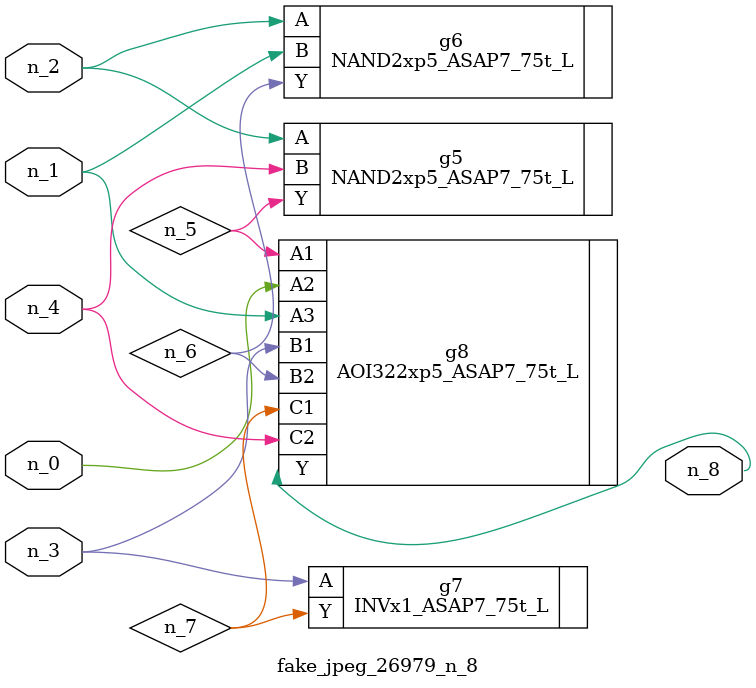
<source format=v>
module fake_jpeg_26979_n_8 (n_3, n_2, n_1, n_0, n_4, n_8);

input n_3;
input n_2;
input n_1;
input n_0;
input n_4;

output n_8;

wire n_6;
wire n_5;
wire n_7;

NAND2xp5_ASAP7_75t_L g5 ( 
.A(n_2),
.B(n_4),
.Y(n_5)
);

NAND2xp5_ASAP7_75t_L g6 ( 
.A(n_2),
.B(n_1),
.Y(n_6)
);

INVx1_ASAP7_75t_L g7 ( 
.A(n_3),
.Y(n_7)
);

AOI322xp5_ASAP7_75t_L g8 ( 
.A1(n_5),
.A2(n_0),
.A3(n_1),
.B1(n_3),
.B2(n_6),
.C1(n_7),
.C2(n_4),
.Y(n_8)
);


endmodule
</source>
